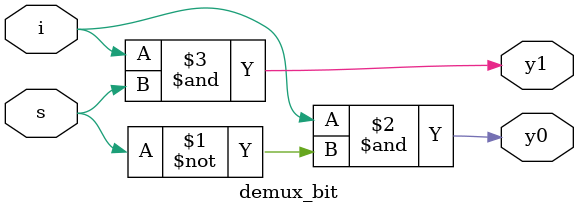
<source format=v>
`timescale 1ns / 1ps


module demux_bit(
input i,s,
output y0,y1);

assign y0 = i&~s;
assign y1 = i&s;
endmodule


</source>
